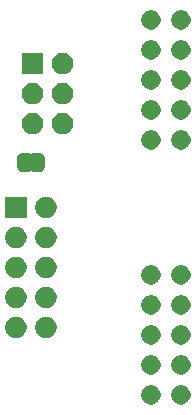
<source format=gbr>
G04 #@! TF.GenerationSoftware,KiCad,Pcbnew,(5.1.5)-3*
G04 #@! TF.CreationDate,2021-11-14T23:27:47-05:00*
G04 #@! TF.ProjectId,SKR-Mini_Screen,534b522d-4d69-46e6-995f-53637265656e,rev?*
G04 #@! TF.SameCoordinates,Original*
G04 #@! TF.FileFunction,Soldermask,Top*
G04 #@! TF.FilePolarity,Negative*
%FSLAX46Y46*%
G04 Gerber Fmt 4.6, Leading zero omitted, Abs format (unit mm)*
G04 Created by KiCad (PCBNEW (5.1.5)-3) date 2021-11-14 23:27:47*
%MOMM*%
%LPD*%
G04 APERTURE LIST*
%ADD10C,0.100000*%
G04 APERTURE END LIST*
D10*
G36*
X139937142Y-121773242D02*
G01*
X140085101Y-121834529D01*
X140218255Y-121923499D01*
X140331501Y-122036745D01*
X140420471Y-122169899D01*
X140481758Y-122317858D01*
X140513000Y-122474925D01*
X140513000Y-122635075D01*
X140481758Y-122792142D01*
X140420471Y-122940101D01*
X140331501Y-123073255D01*
X140218255Y-123186501D01*
X140085101Y-123275471D01*
X139937142Y-123336758D01*
X139780075Y-123368000D01*
X139619925Y-123368000D01*
X139462858Y-123336758D01*
X139314899Y-123275471D01*
X139181745Y-123186501D01*
X139068499Y-123073255D01*
X138979529Y-122940101D01*
X138918242Y-122792142D01*
X138887000Y-122635075D01*
X138887000Y-122474925D01*
X138918242Y-122317858D01*
X138979529Y-122169899D01*
X139068499Y-122036745D01*
X139181745Y-121923499D01*
X139314899Y-121834529D01*
X139462858Y-121773242D01*
X139619925Y-121742000D01*
X139780075Y-121742000D01*
X139937142Y-121773242D01*
G37*
G36*
X137397142Y-121773242D02*
G01*
X137545101Y-121834529D01*
X137678255Y-121923499D01*
X137791501Y-122036745D01*
X137880471Y-122169899D01*
X137941758Y-122317858D01*
X137973000Y-122474925D01*
X137973000Y-122635075D01*
X137941758Y-122792142D01*
X137880471Y-122940101D01*
X137791501Y-123073255D01*
X137678255Y-123186501D01*
X137545101Y-123275471D01*
X137397142Y-123336758D01*
X137240075Y-123368000D01*
X137079925Y-123368000D01*
X136922858Y-123336758D01*
X136774899Y-123275471D01*
X136641745Y-123186501D01*
X136528499Y-123073255D01*
X136439529Y-122940101D01*
X136378242Y-122792142D01*
X136347000Y-122635075D01*
X136347000Y-122474925D01*
X136378242Y-122317858D01*
X136439529Y-122169899D01*
X136528499Y-122036745D01*
X136641745Y-121923499D01*
X136774899Y-121834529D01*
X136922858Y-121773242D01*
X137079925Y-121742000D01*
X137240075Y-121742000D01*
X137397142Y-121773242D01*
G37*
G36*
X139937142Y-119233242D02*
G01*
X140085101Y-119294529D01*
X140218255Y-119383499D01*
X140331501Y-119496745D01*
X140420471Y-119629899D01*
X140481758Y-119777858D01*
X140513000Y-119934925D01*
X140513000Y-120095075D01*
X140481758Y-120252142D01*
X140420471Y-120400101D01*
X140331501Y-120533255D01*
X140218255Y-120646501D01*
X140085101Y-120735471D01*
X139937142Y-120796758D01*
X139780075Y-120828000D01*
X139619925Y-120828000D01*
X139462858Y-120796758D01*
X139314899Y-120735471D01*
X139181745Y-120646501D01*
X139068499Y-120533255D01*
X138979529Y-120400101D01*
X138918242Y-120252142D01*
X138887000Y-120095075D01*
X138887000Y-119934925D01*
X138918242Y-119777858D01*
X138979529Y-119629899D01*
X139068499Y-119496745D01*
X139181745Y-119383499D01*
X139314899Y-119294529D01*
X139462858Y-119233242D01*
X139619925Y-119202000D01*
X139780075Y-119202000D01*
X139937142Y-119233242D01*
G37*
G36*
X137397142Y-119233242D02*
G01*
X137545101Y-119294529D01*
X137678255Y-119383499D01*
X137791501Y-119496745D01*
X137880471Y-119629899D01*
X137941758Y-119777858D01*
X137973000Y-119934925D01*
X137973000Y-120095075D01*
X137941758Y-120252142D01*
X137880471Y-120400101D01*
X137791501Y-120533255D01*
X137678255Y-120646501D01*
X137545101Y-120735471D01*
X137397142Y-120796758D01*
X137240075Y-120828000D01*
X137079925Y-120828000D01*
X136922858Y-120796758D01*
X136774899Y-120735471D01*
X136641745Y-120646501D01*
X136528499Y-120533255D01*
X136439529Y-120400101D01*
X136378242Y-120252142D01*
X136347000Y-120095075D01*
X136347000Y-119934925D01*
X136378242Y-119777858D01*
X136439529Y-119629899D01*
X136528499Y-119496745D01*
X136641745Y-119383499D01*
X136774899Y-119294529D01*
X136922858Y-119233242D01*
X137079925Y-119202000D01*
X137240075Y-119202000D01*
X137397142Y-119233242D01*
G37*
G36*
X137397142Y-116693242D02*
G01*
X137545101Y-116754529D01*
X137678255Y-116843499D01*
X137791501Y-116956745D01*
X137880471Y-117089899D01*
X137941758Y-117237858D01*
X137973000Y-117394925D01*
X137973000Y-117555075D01*
X137941758Y-117712142D01*
X137880471Y-117860101D01*
X137791501Y-117993255D01*
X137678255Y-118106501D01*
X137545101Y-118195471D01*
X137397142Y-118256758D01*
X137240075Y-118288000D01*
X137079925Y-118288000D01*
X136922858Y-118256758D01*
X136774899Y-118195471D01*
X136641745Y-118106501D01*
X136528499Y-117993255D01*
X136439529Y-117860101D01*
X136378242Y-117712142D01*
X136347000Y-117555075D01*
X136347000Y-117394925D01*
X136378242Y-117237858D01*
X136439529Y-117089899D01*
X136528499Y-116956745D01*
X136641745Y-116843499D01*
X136774899Y-116754529D01*
X136922858Y-116693242D01*
X137079925Y-116662000D01*
X137240075Y-116662000D01*
X137397142Y-116693242D01*
G37*
G36*
X139937142Y-116693242D02*
G01*
X140085101Y-116754529D01*
X140218255Y-116843499D01*
X140331501Y-116956745D01*
X140420471Y-117089899D01*
X140481758Y-117237858D01*
X140513000Y-117394925D01*
X140513000Y-117555075D01*
X140481758Y-117712142D01*
X140420471Y-117860101D01*
X140331501Y-117993255D01*
X140218255Y-118106501D01*
X140085101Y-118195471D01*
X139937142Y-118256758D01*
X139780075Y-118288000D01*
X139619925Y-118288000D01*
X139462858Y-118256758D01*
X139314899Y-118195471D01*
X139181745Y-118106501D01*
X139068499Y-117993255D01*
X138979529Y-117860101D01*
X138918242Y-117712142D01*
X138887000Y-117555075D01*
X138887000Y-117394925D01*
X138918242Y-117237858D01*
X138979529Y-117089899D01*
X139068499Y-116956745D01*
X139181745Y-116843499D01*
X139314899Y-116754529D01*
X139462858Y-116693242D01*
X139619925Y-116662000D01*
X139780075Y-116662000D01*
X139937142Y-116693242D01*
G37*
G36*
X128383512Y-115943927D02*
G01*
X128532812Y-115973624D01*
X128696784Y-116041544D01*
X128844354Y-116140147D01*
X128969853Y-116265646D01*
X129068456Y-116413216D01*
X129136376Y-116577188D01*
X129171000Y-116751259D01*
X129171000Y-116928741D01*
X129136376Y-117102812D01*
X129068456Y-117266784D01*
X128969853Y-117414354D01*
X128844354Y-117539853D01*
X128696784Y-117638456D01*
X128532812Y-117706376D01*
X128383512Y-117736073D01*
X128358742Y-117741000D01*
X128181258Y-117741000D01*
X128156488Y-117736073D01*
X128007188Y-117706376D01*
X127843216Y-117638456D01*
X127695646Y-117539853D01*
X127570147Y-117414354D01*
X127471544Y-117266784D01*
X127403624Y-117102812D01*
X127369000Y-116928741D01*
X127369000Y-116751259D01*
X127403624Y-116577188D01*
X127471544Y-116413216D01*
X127570147Y-116265646D01*
X127695646Y-116140147D01*
X127843216Y-116041544D01*
X128007188Y-115973624D01*
X128156488Y-115943927D01*
X128181258Y-115939000D01*
X128358742Y-115939000D01*
X128383512Y-115943927D01*
G37*
G36*
X125843512Y-115943927D02*
G01*
X125992812Y-115973624D01*
X126156784Y-116041544D01*
X126304354Y-116140147D01*
X126429853Y-116265646D01*
X126528456Y-116413216D01*
X126596376Y-116577188D01*
X126631000Y-116751259D01*
X126631000Y-116928741D01*
X126596376Y-117102812D01*
X126528456Y-117266784D01*
X126429853Y-117414354D01*
X126304354Y-117539853D01*
X126156784Y-117638456D01*
X125992812Y-117706376D01*
X125843512Y-117736073D01*
X125818742Y-117741000D01*
X125641258Y-117741000D01*
X125616488Y-117736073D01*
X125467188Y-117706376D01*
X125303216Y-117638456D01*
X125155646Y-117539853D01*
X125030147Y-117414354D01*
X124931544Y-117266784D01*
X124863624Y-117102812D01*
X124829000Y-116928741D01*
X124829000Y-116751259D01*
X124863624Y-116577188D01*
X124931544Y-116413216D01*
X125030147Y-116265646D01*
X125155646Y-116140147D01*
X125303216Y-116041544D01*
X125467188Y-115973624D01*
X125616488Y-115943927D01*
X125641258Y-115939000D01*
X125818742Y-115939000D01*
X125843512Y-115943927D01*
G37*
G36*
X139937142Y-114153242D02*
G01*
X140085101Y-114214529D01*
X140218255Y-114303499D01*
X140331501Y-114416745D01*
X140420471Y-114549899D01*
X140481758Y-114697858D01*
X140513000Y-114854925D01*
X140513000Y-115015075D01*
X140481758Y-115172142D01*
X140420471Y-115320101D01*
X140331501Y-115453255D01*
X140218255Y-115566501D01*
X140085101Y-115655471D01*
X139937142Y-115716758D01*
X139780075Y-115748000D01*
X139619925Y-115748000D01*
X139462858Y-115716758D01*
X139314899Y-115655471D01*
X139181745Y-115566501D01*
X139068499Y-115453255D01*
X138979529Y-115320101D01*
X138918242Y-115172142D01*
X138887000Y-115015075D01*
X138887000Y-114854925D01*
X138918242Y-114697858D01*
X138979529Y-114549899D01*
X139068499Y-114416745D01*
X139181745Y-114303499D01*
X139314899Y-114214529D01*
X139462858Y-114153242D01*
X139619925Y-114122000D01*
X139780075Y-114122000D01*
X139937142Y-114153242D01*
G37*
G36*
X137397142Y-114153242D02*
G01*
X137545101Y-114214529D01*
X137678255Y-114303499D01*
X137791501Y-114416745D01*
X137880471Y-114549899D01*
X137941758Y-114697858D01*
X137973000Y-114854925D01*
X137973000Y-115015075D01*
X137941758Y-115172142D01*
X137880471Y-115320101D01*
X137791501Y-115453255D01*
X137678255Y-115566501D01*
X137545101Y-115655471D01*
X137397142Y-115716758D01*
X137240075Y-115748000D01*
X137079925Y-115748000D01*
X136922858Y-115716758D01*
X136774899Y-115655471D01*
X136641745Y-115566501D01*
X136528499Y-115453255D01*
X136439529Y-115320101D01*
X136378242Y-115172142D01*
X136347000Y-115015075D01*
X136347000Y-114854925D01*
X136378242Y-114697858D01*
X136439529Y-114549899D01*
X136528499Y-114416745D01*
X136641745Y-114303499D01*
X136774899Y-114214529D01*
X136922858Y-114153242D01*
X137079925Y-114122000D01*
X137240075Y-114122000D01*
X137397142Y-114153242D01*
G37*
G36*
X125843512Y-113403927D02*
G01*
X125992812Y-113433624D01*
X126156784Y-113501544D01*
X126304354Y-113600147D01*
X126429853Y-113725646D01*
X126528456Y-113873216D01*
X126596376Y-114037188D01*
X126631000Y-114211259D01*
X126631000Y-114388741D01*
X126596376Y-114562812D01*
X126528456Y-114726784D01*
X126429853Y-114874354D01*
X126304354Y-114999853D01*
X126156784Y-115098456D01*
X125992812Y-115166376D01*
X125843512Y-115196073D01*
X125818742Y-115201000D01*
X125641258Y-115201000D01*
X125616488Y-115196073D01*
X125467188Y-115166376D01*
X125303216Y-115098456D01*
X125155646Y-114999853D01*
X125030147Y-114874354D01*
X124931544Y-114726784D01*
X124863624Y-114562812D01*
X124829000Y-114388741D01*
X124829000Y-114211259D01*
X124863624Y-114037188D01*
X124931544Y-113873216D01*
X125030147Y-113725646D01*
X125155646Y-113600147D01*
X125303216Y-113501544D01*
X125467188Y-113433624D01*
X125616488Y-113403927D01*
X125641258Y-113399000D01*
X125818742Y-113399000D01*
X125843512Y-113403927D01*
G37*
G36*
X128383512Y-113403927D02*
G01*
X128532812Y-113433624D01*
X128696784Y-113501544D01*
X128844354Y-113600147D01*
X128969853Y-113725646D01*
X129068456Y-113873216D01*
X129136376Y-114037188D01*
X129171000Y-114211259D01*
X129171000Y-114388741D01*
X129136376Y-114562812D01*
X129068456Y-114726784D01*
X128969853Y-114874354D01*
X128844354Y-114999853D01*
X128696784Y-115098456D01*
X128532812Y-115166376D01*
X128383512Y-115196073D01*
X128358742Y-115201000D01*
X128181258Y-115201000D01*
X128156488Y-115196073D01*
X128007188Y-115166376D01*
X127843216Y-115098456D01*
X127695646Y-114999853D01*
X127570147Y-114874354D01*
X127471544Y-114726784D01*
X127403624Y-114562812D01*
X127369000Y-114388741D01*
X127369000Y-114211259D01*
X127403624Y-114037188D01*
X127471544Y-113873216D01*
X127570147Y-113725646D01*
X127695646Y-113600147D01*
X127843216Y-113501544D01*
X128007188Y-113433624D01*
X128156488Y-113403927D01*
X128181258Y-113399000D01*
X128358742Y-113399000D01*
X128383512Y-113403927D01*
G37*
G36*
X139937142Y-111613242D02*
G01*
X140085101Y-111674529D01*
X140218255Y-111763499D01*
X140331501Y-111876745D01*
X140420471Y-112009899D01*
X140481758Y-112157858D01*
X140513000Y-112314925D01*
X140513000Y-112475075D01*
X140481758Y-112632142D01*
X140420471Y-112780101D01*
X140331501Y-112913255D01*
X140218255Y-113026501D01*
X140085101Y-113115471D01*
X139937142Y-113176758D01*
X139780075Y-113208000D01*
X139619925Y-113208000D01*
X139462858Y-113176758D01*
X139314899Y-113115471D01*
X139181745Y-113026501D01*
X139068499Y-112913255D01*
X138979529Y-112780101D01*
X138918242Y-112632142D01*
X138887000Y-112475075D01*
X138887000Y-112314925D01*
X138918242Y-112157858D01*
X138979529Y-112009899D01*
X139068499Y-111876745D01*
X139181745Y-111763499D01*
X139314899Y-111674529D01*
X139462858Y-111613242D01*
X139619925Y-111582000D01*
X139780075Y-111582000D01*
X139937142Y-111613242D01*
G37*
G36*
X137397142Y-111613242D02*
G01*
X137545101Y-111674529D01*
X137678255Y-111763499D01*
X137791501Y-111876745D01*
X137880471Y-112009899D01*
X137941758Y-112157858D01*
X137973000Y-112314925D01*
X137973000Y-112475075D01*
X137941758Y-112632142D01*
X137880471Y-112780101D01*
X137791501Y-112913255D01*
X137678255Y-113026501D01*
X137545101Y-113115471D01*
X137397142Y-113176758D01*
X137240075Y-113208000D01*
X137079925Y-113208000D01*
X136922858Y-113176758D01*
X136774899Y-113115471D01*
X136641745Y-113026501D01*
X136528499Y-112913255D01*
X136439529Y-112780101D01*
X136378242Y-112632142D01*
X136347000Y-112475075D01*
X136347000Y-112314925D01*
X136378242Y-112157858D01*
X136439529Y-112009899D01*
X136528499Y-111876745D01*
X136641745Y-111763499D01*
X136774899Y-111674529D01*
X136922858Y-111613242D01*
X137079925Y-111582000D01*
X137240075Y-111582000D01*
X137397142Y-111613242D01*
G37*
G36*
X128383512Y-110863927D02*
G01*
X128532812Y-110893624D01*
X128696784Y-110961544D01*
X128844354Y-111060147D01*
X128969853Y-111185646D01*
X129068456Y-111333216D01*
X129136376Y-111497188D01*
X129171000Y-111671259D01*
X129171000Y-111848741D01*
X129136376Y-112022812D01*
X129068456Y-112186784D01*
X128969853Y-112334354D01*
X128844354Y-112459853D01*
X128696784Y-112558456D01*
X128532812Y-112626376D01*
X128383512Y-112656073D01*
X128358742Y-112661000D01*
X128181258Y-112661000D01*
X128156488Y-112656073D01*
X128007188Y-112626376D01*
X127843216Y-112558456D01*
X127695646Y-112459853D01*
X127570147Y-112334354D01*
X127471544Y-112186784D01*
X127403624Y-112022812D01*
X127369000Y-111848741D01*
X127369000Y-111671259D01*
X127403624Y-111497188D01*
X127471544Y-111333216D01*
X127570147Y-111185646D01*
X127695646Y-111060147D01*
X127843216Y-110961544D01*
X128007188Y-110893624D01*
X128156488Y-110863927D01*
X128181258Y-110859000D01*
X128358742Y-110859000D01*
X128383512Y-110863927D01*
G37*
G36*
X125843512Y-110863927D02*
G01*
X125992812Y-110893624D01*
X126156784Y-110961544D01*
X126304354Y-111060147D01*
X126429853Y-111185646D01*
X126528456Y-111333216D01*
X126596376Y-111497188D01*
X126631000Y-111671259D01*
X126631000Y-111848741D01*
X126596376Y-112022812D01*
X126528456Y-112186784D01*
X126429853Y-112334354D01*
X126304354Y-112459853D01*
X126156784Y-112558456D01*
X125992812Y-112626376D01*
X125843512Y-112656073D01*
X125818742Y-112661000D01*
X125641258Y-112661000D01*
X125616488Y-112656073D01*
X125467188Y-112626376D01*
X125303216Y-112558456D01*
X125155646Y-112459853D01*
X125030147Y-112334354D01*
X124931544Y-112186784D01*
X124863624Y-112022812D01*
X124829000Y-111848741D01*
X124829000Y-111671259D01*
X124863624Y-111497188D01*
X124931544Y-111333216D01*
X125030147Y-111185646D01*
X125155646Y-111060147D01*
X125303216Y-110961544D01*
X125467188Y-110893624D01*
X125616488Y-110863927D01*
X125641258Y-110859000D01*
X125818742Y-110859000D01*
X125843512Y-110863927D01*
G37*
G36*
X128383512Y-108323927D02*
G01*
X128532812Y-108353624D01*
X128696784Y-108421544D01*
X128844354Y-108520147D01*
X128969853Y-108645646D01*
X129068456Y-108793216D01*
X129136376Y-108957188D01*
X129171000Y-109131259D01*
X129171000Y-109308741D01*
X129136376Y-109482812D01*
X129068456Y-109646784D01*
X128969853Y-109794354D01*
X128844354Y-109919853D01*
X128696784Y-110018456D01*
X128532812Y-110086376D01*
X128383512Y-110116073D01*
X128358742Y-110121000D01*
X128181258Y-110121000D01*
X128156488Y-110116073D01*
X128007188Y-110086376D01*
X127843216Y-110018456D01*
X127695646Y-109919853D01*
X127570147Y-109794354D01*
X127471544Y-109646784D01*
X127403624Y-109482812D01*
X127369000Y-109308741D01*
X127369000Y-109131259D01*
X127403624Y-108957188D01*
X127471544Y-108793216D01*
X127570147Y-108645646D01*
X127695646Y-108520147D01*
X127843216Y-108421544D01*
X128007188Y-108353624D01*
X128156488Y-108323927D01*
X128181258Y-108319000D01*
X128358742Y-108319000D01*
X128383512Y-108323927D01*
G37*
G36*
X125843512Y-108323927D02*
G01*
X125992812Y-108353624D01*
X126156784Y-108421544D01*
X126304354Y-108520147D01*
X126429853Y-108645646D01*
X126528456Y-108793216D01*
X126596376Y-108957188D01*
X126631000Y-109131259D01*
X126631000Y-109308741D01*
X126596376Y-109482812D01*
X126528456Y-109646784D01*
X126429853Y-109794354D01*
X126304354Y-109919853D01*
X126156784Y-110018456D01*
X125992812Y-110086376D01*
X125843512Y-110116073D01*
X125818742Y-110121000D01*
X125641258Y-110121000D01*
X125616488Y-110116073D01*
X125467188Y-110086376D01*
X125303216Y-110018456D01*
X125155646Y-109919853D01*
X125030147Y-109794354D01*
X124931544Y-109646784D01*
X124863624Y-109482812D01*
X124829000Y-109308741D01*
X124829000Y-109131259D01*
X124863624Y-108957188D01*
X124931544Y-108793216D01*
X125030147Y-108645646D01*
X125155646Y-108520147D01*
X125303216Y-108421544D01*
X125467188Y-108353624D01*
X125616488Y-108323927D01*
X125641258Y-108319000D01*
X125818742Y-108319000D01*
X125843512Y-108323927D01*
G37*
G36*
X126631000Y-107581000D02*
G01*
X124829000Y-107581000D01*
X124829000Y-105779000D01*
X126631000Y-105779000D01*
X126631000Y-107581000D01*
G37*
G36*
X128383512Y-105783927D02*
G01*
X128532812Y-105813624D01*
X128696784Y-105881544D01*
X128844354Y-105980147D01*
X128969853Y-106105646D01*
X129068456Y-106253216D01*
X129136376Y-106417188D01*
X129171000Y-106591259D01*
X129171000Y-106768741D01*
X129136376Y-106942812D01*
X129068456Y-107106784D01*
X128969853Y-107254354D01*
X128844354Y-107379853D01*
X128696784Y-107478456D01*
X128532812Y-107546376D01*
X128383512Y-107576073D01*
X128358742Y-107581000D01*
X128181258Y-107581000D01*
X128156488Y-107576073D01*
X128007188Y-107546376D01*
X127843216Y-107478456D01*
X127695646Y-107379853D01*
X127570147Y-107254354D01*
X127471544Y-107106784D01*
X127403624Y-106942812D01*
X127369000Y-106768741D01*
X127369000Y-106591259D01*
X127403624Y-106417188D01*
X127471544Y-106253216D01*
X127570147Y-106105646D01*
X127695646Y-105980147D01*
X127843216Y-105881544D01*
X128007188Y-105813624D01*
X128156488Y-105783927D01*
X128181258Y-105779000D01*
X128358742Y-105779000D01*
X128383512Y-105783927D01*
G37*
G36*
X126859999Y-102069737D02*
G01*
X126869608Y-102072652D01*
X126878472Y-102077390D01*
X126886237Y-102083763D01*
X126896448Y-102096206D01*
X126903378Y-102106575D01*
X126920705Y-102123902D01*
X126941080Y-102137515D01*
X126963720Y-102146891D01*
X126987753Y-102151671D01*
X127012257Y-102151670D01*
X127036290Y-102146888D01*
X127058929Y-102137510D01*
X127079302Y-102123895D01*
X127096629Y-102106568D01*
X127103558Y-102096198D01*
X127113763Y-102083763D01*
X127121528Y-102077390D01*
X127130392Y-102072652D01*
X127140001Y-102069737D01*
X127156140Y-102068148D01*
X127643861Y-102068148D01*
X127662199Y-102069954D01*
X127674450Y-102070556D01*
X127692869Y-102070556D01*
X127715149Y-102072750D01*
X127799233Y-102089476D01*
X127820660Y-102095976D01*
X127899858Y-102128780D01*
X127905303Y-102131691D01*
X127905309Y-102131693D01*
X127914169Y-102136429D01*
X127914173Y-102136432D01*
X127919614Y-102139340D01*
X127990899Y-102186971D01*
X128008204Y-102201172D01*
X128068828Y-102261796D01*
X128083029Y-102279101D01*
X128130660Y-102350386D01*
X128133568Y-102355827D01*
X128133571Y-102355831D01*
X128138307Y-102364691D01*
X128138309Y-102364697D01*
X128141220Y-102370142D01*
X128174024Y-102449340D01*
X128180524Y-102470767D01*
X128197250Y-102554851D01*
X128199444Y-102577131D01*
X128199444Y-102595550D01*
X128200046Y-102607801D01*
X128201852Y-102626139D01*
X128201852Y-103113862D01*
X128200046Y-103132199D01*
X128199444Y-103144450D01*
X128199444Y-103162869D01*
X128197250Y-103185149D01*
X128180524Y-103269233D01*
X128174024Y-103290660D01*
X128141220Y-103369858D01*
X128138309Y-103375303D01*
X128138307Y-103375309D01*
X128133571Y-103384169D01*
X128133568Y-103384173D01*
X128130660Y-103389614D01*
X128083029Y-103460899D01*
X128068828Y-103478204D01*
X128008204Y-103538828D01*
X127990899Y-103553029D01*
X127919614Y-103600660D01*
X127914173Y-103603568D01*
X127914169Y-103603571D01*
X127905309Y-103608307D01*
X127905303Y-103608309D01*
X127899858Y-103611220D01*
X127820660Y-103644024D01*
X127799233Y-103650524D01*
X127715149Y-103667250D01*
X127692869Y-103669444D01*
X127674450Y-103669444D01*
X127662199Y-103670046D01*
X127643862Y-103671852D01*
X127156140Y-103671852D01*
X127140001Y-103670263D01*
X127130392Y-103667348D01*
X127121528Y-103662610D01*
X127113763Y-103656237D01*
X127103552Y-103643794D01*
X127096622Y-103633425D01*
X127079295Y-103616098D01*
X127058920Y-103602485D01*
X127036280Y-103593109D01*
X127012247Y-103588329D01*
X126987743Y-103588330D01*
X126963710Y-103593112D01*
X126941071Y-103602490D01*
X126920698Y-103616105D01*
X126903371Y-103633432D01*
X126896442Y-103643802D01*
X126886237Y-103656237D01*
X126878472Y-103662610D01*
X126869608Y-103667348D01*
X126859999Y-103670263D01*
X126843860Y-103671852D01*
X126356138Y-103671852D01*
X126337801Y-103670046D01*
X126325550Y-103669444D01*
X126307131Y-103669444D01*
X126284851Y-103667250D01*
X126200767Y-103650524D01*
X126179340Y-103644024D01*
X126100142Y-103611220D01*
X126094697Y-103608309D01*
X126094691Y-103608307D01*
X126085831Y-103603571D01*
X126085827Y-103603568D01*
X126080386Y-103600660D01*
X126009101Y-103553029D01*
X125991796Y-103538828D01*
X125931172Y-103478204D01*
X125916971Y-103460899D01*
X125869340Y-103389614D01*
X125866432Y-103384173D01*
X125866429Y-103384169D01*
X125861693Y-103375309D01*
X125861691Y-103375303D01*
X125858780Y-103369858D01*
X125825976Y-103290660D01*
X125819476Y-103269233D01*
X125802750Y-103185149D01*
X125800556Y-103162869D01*
X125800556Y-103144450D01*
X125799954Y-103132199D01*
X125798148Y-103113862D01*
X125798148Y-102626139D01*
X125799954Y-102607801D01*
X125800556Y-102595550D01*
X125800556Y-102577131D01*
X125802750Y-102554851D01*
X125819476Y-102470767D01*
X125825976Y-102449340D01*
X125858780Y-102370142D01*
X125861691Y-102364697D01*
X125861693Y-102364691D01*
X125866429Y-102355831D01*
X125866432Y-102355827D01*
X125869340Y-102350386D01*
X125916971Y-102279101D01*
X125931172Y-102261796D01*
X125991796Y-102201172D01*
X126009101Y-102186971D01*
X126080386Y-102139340D01*
X126085827Y-102136432D01*
X126085831Y-102136429D01*
X126094691Y-102131693D01*
X126094697Y-102131691D01*
X126100142Y-102128780D01*
X126179340Y-102095976D01*
X126200767Y-102089476D01*
X126284851Y-102072750D01*
X126307131Y-102070556D01*
X126325550Y-102070556D01*
X126337801Y-102069954D01*
X126356139Y-102068148D01*
X126843860Y-102068148D01*
X126859999Y-102069737D01*
G37*
G36*
X137397142Y-100183242D02*
G01*
X137545101Y-100244529D01*
X137678255Y-100333499D01*
X137791501Y-100446745D01*
X137880471Y-100579899D01*
X137941758Y-100727858D01*
X137973000Y-100884925D01*
X137973000Y-101045075D01*
X137941758Y-101202142D01*
X137880471Y-101350101D01*
X137791501Y-101483255D01*
X137678255Y-101596501D01*
X137545101Y-101685471D01*
X137397142Y-101746758D01*
X137240075Y-101778000D01*
X137079925Y-101778000D01*
X136922858Y-101746758D01*
X136774899Y-101685471D01*
X136641745Y-101596501D01*
X136528499Y-101483255D01*
X136439529Y-101350101D01*
X136378242Y-101202142D01*
X136347000Y-101045075D01*
X136347000Y-100884925D01*
X136378242Y-100727858D01*
X136439529Y-100579899D01*
X136528499Y-100446745D01*
X136641745Y-100333499D01*
X136774899Y-100244529D01*
X136922858Y-100183242D01*
X137079925Y-100152000D01*
X137240075Y-100152000D01*
X137397142Y-100183242D01*
G37*
G36*
X139937142Y-100183242D02*
G01*
X140085101Y-100244529D01*
X140218255Y-100333499D01*
X140331501Y-100446745D01*
X140420471Y-100579899D01*
X140481758Y-100727858D01*
X140513000Y-100884925D01*
X140513000Y-101045075D01*
X140481758Y-101202142D01*
X140420471Y-101350101D01*
X140331501Y-101483255D01*
X140218255Y-101596501D01*
X140085101Y-101685471D01*
X139937142Y-101746758D01*
X139780075Y-101778000D01*
X139619925Y-101778000D01*
X139462858Y-101746758D01*
X139314899Y-101685471D01*
X139181745Y-101596501D01*
X139068499Y-101483255D01*
X138979529Y-101350101D01*
X138918242Y-101202142D01*
X138887000Y-101045075D01*
X138887000Y-100884925D01*
X138918242Y-100727858D01*
X138979529Y-100579899D01*
X139068499Y-100446745D01*
X139181745Y-100333499D01*
X139314899Y-100244529D01*
X139462858Y-100183242D01*
X139619925Y-100152000D01*
X139780075Y-100152000D01*
X139937142Y-100183242D01*
G37*
G36*
X127246512Y-98671927D02*
G01*
X127395812Y-98701624D01*
X127559784Y-98769544D01*
X127707354Y-98868147D01*
X127832853Y-98993646D01*
X127931456Y-99141216D01*
X127999376Y-99305188D01*
X128034000Y-99479259D01*
X128034000Y-99656741D01*
X127999376Y-99830812D01*
X127931456Y-99994784D01*
X127832853Y-100142354D01*
X127707354Y-100267853D01*
X127559784Y-100366456D01*
X127395812Y-100434376D01*
X127246512Y-100464073D01*
X127221742Y-100469000D01*
X127044258Y-100469000D01*
X127019488Y-100464073D01*
X126870188Y-100434376D01*
X126706216Y-100366456D01*
X126558646Y-100267853D01*
X126433147Y-100142354D01*
X126334544Y-99994784D01*
X126266624Y-99830812D01*
X126232000Y-99656741D01*
X126232000Y-99479259D01*
X126266624Y-99305188D01*
X126334544Y-99141216D01*
X126433147Y-98993646D01*
X126558646Y-98868147D01*
X126706216Y-98769544D01*
X126870188Y-98701624D01*
X127019488Y-98671927D01*
X127044258Y-98667000D01*
X127221742Y-98667000D01*
X127246512Y-98671927D01*
G37*
G36*
X129786512Y-98671927D02*
G01*
X129935812Y-98701624D01*
X130099784Y-98769544D01*
X130247354Y-98868147D01*
X130372853Y-98993646D01*
X130471456Y-99141216D01*
X130539376Y-99305188D01*
X130574000Y-99479259D01*
X130574000Y-99656741D01*
X130539376Y-99830812D01*
X130471456Y-99994784D01*
X130372853Y-100142354D01*
X130247354Y-100267853D01*
X130099784Y-100366456D01*
X129935812Y-100434376D01*
X129786512Y-100464073D01*
X129761742Y-100469000D01*
X129584258Y-100469000D01*
X129559488Y-100464073D01*
X129410188Y-100434376D01*
X129246216Y-100366456D01*
X129098646Y-100267853D01*
X128973147Y-100142354D01*
X128874544Y-99994784D01*
X128806624Y-99830812D01*
X128772000Y-99656741D01*
X128772000Y-99479259D01*
X128806624Y-99305188D01*
X128874544Y-99141216D01*
X128973147Y-98993646D01*
X129098646Y-98868147D01*
X129246216Y-98769544D01*
X129410188Y-98701624D01*
X129559488Y-98671927D01*
X129584258Y-98667000D01*
X129761742Y-98667000D01*
X129786512Y-98671927D01*
G37*
G36*
X137397142Y-97643242D02*
G01*
X137545101Y-97704529D01*
X137678255Y-97793499D01*
X137791501Y-97906745D01*
X137880471Y-98039899D01*
X137941758Y-98187858D01*
X137973000Y-98344925D01*
X137973000Y-98505075D01*
X137941758Y-98662142D01*
X137880471Y-98810101D01*
X137791501Y-98943255D01*
X137678255Y-99056501D01*
X137545101Y-99145471D01*
X137397142Y-99206758D01*
X137240075Y-99238000D01*
X137079925Y-99238000D01*
X136922858Y-99206758D01*
X136774899Y-99145471D01*
X136641745Y-99056501D01*
X136528499Y-98943255D01*
X136439529Y-98810101D01*
X136378242Y-98662142D01*
X136347000Y-98505075D01*
X136347000Y-98344925D01*
X136378242Y-98187858D01*
X136439529Y-98039899D01*
X136528499Y-97906745D01*
X136641745Y-97793499D01*
X136774899Y-97704529D01*
X136922858Y-97643242D01*
X137079925Y-97612000D01*
X137240075Y-97612000D01*
X137397142Y-97643242D01*
G37*
G36*
X139937142Y-97643242D02*
G01*
X140085101Y-97704529D01*
X140218255Y-97793499D01*
X140331501Y-97906745D01*
X140420471Y-98039899D01*
X140481758Y-98187858D01*
X140513000Y-98344925D01*
X140513000Y-98505075D01*
X140481758Y-98662142D01*
X140420471Y-98810101D01*
X140331501Y-98943255D01*
X140218255Y-99056501D01*
X140085101Y-99145471D01*
X139937142Y-99206758D01*
X139780075Y-99238000D01*
X139619925Y-99238000D01*
X139462858Y-99206758D01*
X139314899Y-99145471D01*
X139181745Y-99056501D01*
X139068499Y-98943255D01*
X138979529Y-98810101D01*
X138918242Y-98662142D01*
X138887000Y-98505075D01*
X138887000Y-98344925D01*
X138918242Y-98187858D01*
X138979529Y-98039899D01*
X139068499Y-97906745D01*
X139181745Y-97793499D01*
X139314899Y-97704529D01*
X139462858Y-97643242D01*
X139619925Y-97612000D01*
X139780075Y-97612000D01*
X139937142Y-97643242D01*
G37*
G36*
X127246512Y-96131927D02*
G01*
X127395812Y-96161624D01*
X127559784Y-96229544D01*
X127707354Y-96328147D01*
X127832853Y-96453646D01*
X127931456Y-96601216D01*
X127999376Y-96765188D01*
X128034000Y-96939259D01*
X128034000Y-97116741D01*
X127999376Y-97290812D01*
X127931456Y-97454784D01*
X127832853Y-97602354D01*
X127707354Y-97727853D01*
X127559784Y-97826456D01*
X127395812Y-97894376D01*
X127246512Y-97924073D01*
X127221742Y-97929000D01*
X127044258Y-97929000D01*
X127019488Y-97924073D01*
X126870188Y-97894376D01*
X126706216Y-97826456D01*
X126558646Y-97727853D01*
X126433147Y-97602354D01*
X126334544Y-97454784D01*
X126266624Y-97290812D01*
X126232000Y-97116741D01*
X126232000Y-96939259D01*
X126266624Y-96765188D01*
X126334544Y-96601216D01*
X126433147Y-96453646D01*
X126558646Y-96328147D01*
X126706216Y-96229544D01*
X126870188Y-96161624D01*
X127019488Y-96131927D01*
X127044258Y-96127000D01*
X127221742Y-96127000D01*
X127246512Y-96131927D01*
G37*
G36*
X129786512Y-96131927D02*
G01*
X129935812Y-96161624D01*
X130099784Y-96229544D01*
X130247354Y-96328147D01*
X130372853Y-96453646D01*
X130471456Y-96601216D01*
X130539376Y-96765188D01*
X130574000Y-96939259D01*
X130574000Y-97116741D01*
X130539376Y-97290812D01*
X130471456Y-97454784D01*
X130372853Y-97602354D01*
X130247354Y-97727853D01*
X130099784Y-97826456D01*
X129935812Y-97894376D01*
X129786512Y-97924073D01*
X129761742Y-97929000D01*
X129584258Y-97929000D01*
X129559488Y-97924073D01*
X129410188Y-97894376D01*
X129246216Y-97826456D01*
X129098646Y-97727853D01*
X128973147Y-97602354D01*
X128874544Y-97454784D01*
X128806624Y-97290812D01*
X128772000Y-97116741D01*
X128772000Y-96939259D01*
X128806624Y-96765188D01*
X128874544Y-96601216D01*
X128973147Y-96453646D01*
X129098646Y-96328147D01*
X129246216Y-96229544D01*
X129410188Y-96161624D01*
X129559488Y-96131927D01*
X129584258Y-96127000D01*
X129761742Y-96127000D01*
X129786512Y-96131927D01*
G37*
G36*
X139937142Y-95103242D02*
G01*
X140085101Y-95164529D01*
X140218255Y-95253499D01*
X140331501Y-95366745D01*
X140420471Y-95499899D01*
X140481758Y-95647858D01*
X140513000Y-95804925D01*
X140513000Y-95965075D01*
X140481758Y-96122142D01*
X140420471Y-96270101D01*
X140331501Y-96403255D01*
X140218255Y-96516501D01*
X140085101Y-96605471D01*
X139937142Y-96666758D01*
X139780075Y-96698000D01*
X139619925Y-96698000D01*
X139462858Y-96666758D01*
X139314899Y-96605471D01*
X139181745Y-96516501D01*
X139068499Y-96403255D01*
X138979529Y-96270101D01*
X138918242Y-96122142D01*
X138887000Y-95965075D01*
X138887000Y-95804925D01*
X138918242Y-95647858D01*
X138979529Y-95499899D01*
X139068499Y-95366745D01*
X139181745Y-95253499D01*
X139314899Y-95164529D01*
X139462858Y-95103242D01*
X139619925Y-95072000D01*
X139780075Y-95072000D01*
X139937142Y-95103242D01*
G37*
G36*
X137397142Y-95103242D02*
G01*
X137545101Y-95164529D01*
X137678255Y-95253499D01*
X137791501Y-95366745D01*
X137880471Y-95499899D01*
X137941758Y-95647858D01*
X137973000Y-95804925D01*
X137973000Y-95965075D01*
X137941758Y-96122142D01*
X137880471Y-96270101D01*
X137791501Y-96403255D01*
X137678255Y-96516501D01*
X137545101Y-96605471D01*
X137397142Y-96666758D01*
X137240075Y-96698000D01*
X137079925Y-96698000D01*
X136922858Y-96666758D01*
X136774899Y-96605471D01*
X136641745Y-96516501D01*
X136528499Y-96403255D01*
X136439529Y-96270101D01*
X136378242Y-96122142D01*
X136347000Y-95965075D01*
X136347000Y-95804925D01*
X136378242Y-95647858D01*
X136439529Y-95499899D01*
X136528499Y-95366745D01*
X136641745Y-95253499D01*
X136774899Y-95164529D01*
X136922858Y-95103242D01*
X137079925Y-95072000D01*
X137240075Y-95072000D01*
X137397142Y-95103242D01*
G37*
G36*
X129786512Y-93591927D02*
G01*
X129935812Y-93621624D01*
X130099784Y-93689544D01*
X130247354Y-93788147D01*
X130372853Y-93913646D01*
X130471456Y-94061216D01*
X130539376Y-94225188D01*
X130574000Y-94399259D01*
X130574000Y-94576741D01*
X130539376Y-94750812D01*
X130471456Y-94914784D01*
X130372853Y-95062354D01*
X130247354Y-95187853D01*
X130099784Y-95286456D01*
X129935812Y-95354376D01*
X129786512Y-95384073D01*
X129761742Y-95389000D01*
X129584258Y-95389000D01*
X129559488Y-95384073D01*
X129410188Y-95354376D01*
X129246216Y-95286456D01*
X129098646Y-95187853D01*
X128973147Y-95062354D01*
X128874544Y-94914784D01*
X128806624Y-94750812D01*
X128772000Y-94576741D01*
X128772000Y-94399259D01*
X128806624Y-94225188D01*
X128874544Y-94061216D01*
X128973147Y-93913646D01*
X129098646Y-93788147D01*
X129246216Y-93689544D01*
X129410188Y-93621624D01*
X129559488Y-93591927D01*
X129584258Y-93587000D01*
X129761742Y-93587000D01*
X129786512Y-93591927D01*
G37*
G36*
X128034000Y-95389000D02*
G01*
X126232000Y-95389000D01*
X126232000Y-93587000D01*
X128034000Y-93587000D01*
X128034000Y-95389000D01*
G37*
G36*
X137397142Y-92563242D02*
G01*
X137545101Y-92624529D01*
X137678255Y-92713499D01*
X137791501Y-92826745D01*
X137880471Y-92959899D01*
X137941758Y-93107858D01*
X137973000Y-93264925D01*
X137973000Y-93425075D01*
X137941758Y-93582142D01*
X137880471Y-93730101D01*
X137791501Y-93863255D01*
X137678255Y-93976501D01*
X137545101Y-94065471D01*
X137397142Y-94126758D01*
X137240075Y-94158000D01*
X137079925Y-94158000D01*
X136922858Y-94126758D01*
X136774899Y-94065471D01*
X136641745Y-93976501D01*
X136528499Y-93863255D01*
X136439529Y-93730101D01*
X136378242Y-93582142D01*
X136347000Y-93425075D01*
X136347000Y-93264925D01*
X136378242Y-93107858D01*
X136439529Y-92959899D01*
X136528499Y-92826745D01*
X136641745Y-92713499D01*
X136774899Y-92624529D01*
X136922858Y-92563242D01*
X137079925Y-92532000D01*
X137240075Y-92532000D01*
X137397142Y-92563242D01*
G37*
G36*
X139937142Y-92563242D02*
G01*
X140085101Y-92624529D01*
X140218255Y-92713499D01*
X140331501Y-92826745D01*
X140420471Y-92959899D01*
X140481758Y-93107858D01*
X140513000Y-93264925D01*
X140513000Y-93425075D01*
X140481758Y-93582142D01*
X140420471Y-93730101D01*
X140331501Y-93863255D01*
X140218255Y-93976501D01*
X140085101Y-94065471D01*
X139937142Y-94126758D01*
X139780075Y-94158000D01*
X139619925Y-94158000D01*
X139462858Y-94126758D01*
X139314899Y-94065471D01*
X139181745Y-93976501D01*
X139068499Y-93863255D01*
X138979529Y-93730101D01*
X138918242Y-93582142D01*
X138887000Y-93425075D01*
X138887000Y-93264925D01*
X138918242Y-93107858D01*
X138979529Y-92959899D01*
X139068499Y-92826745D01*
X139181745Y-92713499D01*
X139314899Y-92624529D01*
X139462858Y-92563242D01*
X139619925Y-92532000D01*
X139780075Y-92532000D01*
X139937142Y-92563242D01*
G37*
G36*
X137397142Y-90023242D02*
G01*
X137545101Y-90084529D01*
X137678255Y-90173499D01*
X137791501Y-90286745D01*
X137880471Y-90419899D01*
X137941758Y-90567858D01*
X137973000Y-90724925D01*
X137973000Y-90885075D01*
X137941758Y-91042142D01*
X137880471Y-91190101D01*
X137791501Y-91323255D01*
X137678255Y-91436501D01*
X137545101Y-91525471D01*
X137397142Y-91586758D01*
X137240075Y-91618000D01*
X137079925Y-91618000D01*
X136922858Y-91586758D01*
X136774899Y-91525471D01*
X136641745Y-91436501D01*
X136528499Y-91323255D01*
X136439529Y-91190101D01*
X136378242Y-91042142D01*
X136347000Y-90885075D01*
X136347000Y-90724925D01*
X136378242Y-90567858D01*
X136439529Y-90419899D01*
X136528499Y-90286745D01*
X136641745Y-90173499D01*
X136774899Y-90084529D01*
X136922858Y-90023242D01*
X137079925Y-89992000D01*
X137240075Y-89992000D01*
X137397142Y-90023242D01*
G37*
G36*
X139937142Y-90023242D02*
G01*
X140085101Y-90084529D01*
X140218255Y-90173499D01*
X140331501Y-90286745D01*
X140420471Y-90419899D01*
X140481758Y-90567858D01*
X140513000Y-90724925D01*
X140513000Y-90885075D01*
X140481758Y-91042142D01*
X140420471Y-91190101D01*
X140331501Y-91323255D01*
X140218255Y-91436501D01*
X140085101Y-91525471D01*
X139937142Y-91586758D01*
X139780075Y-91618000D01*
X139619925Y-91618000D01*
X139462858Y-91586758D01*
X139314899Y-91525471D01*
X139181745Y-91436501D01*
X139068499Y-91323255D01*
X138979529Y-91190101D01*
X138918242Y-91042142D01*
X138887000Y-90885075D01*
X138887000Y-90724925D01*
X138918242Y-90567858D01*
X138979529Y-90419899D01*
X139068499Y-90286745D01*
X139181745Y-90173499D01*
X139314899Y-90084529D01*
X139462858Y-90023242D01*
X139619925Y-89992000D01*
X139780075Y-89992000D01*
X139937142Y-90023242D01*
G37*
M02*

</source>
